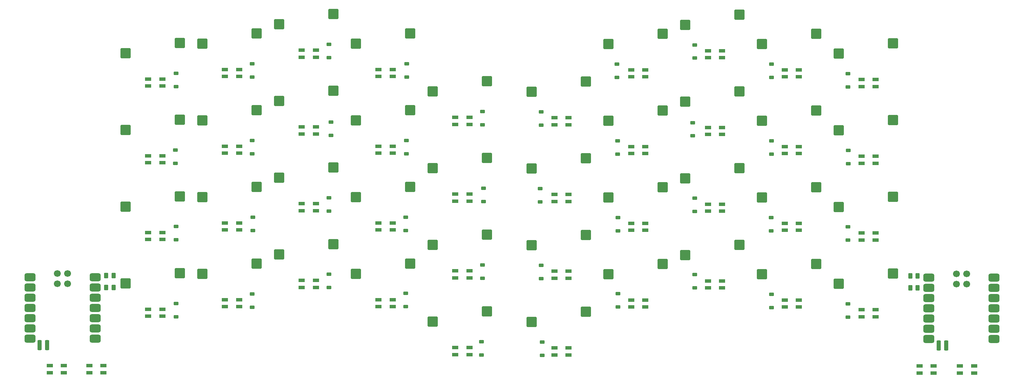
<source format=gbr>
%TF.GenerationSoftware,KiCad,Pcbnew,9.0.6*%
%TF.CreationDate,2025-12-27T17:50:34+00:00*%
%TF.ProjectId,Split Keyboard,53706c69-7420-44b6-9579-626f6172642e,rev?*%
%TF.SameCoordinates,Original*%
%TF.FileFunction,Paste,Bot*%
%TF.FilePolarity,Positive*%
%FSLAX46Y46*%
G04 Gerber Fmt 4.6, Leading zero omitted, Abs format (unit mm)*
G04 Created by KiCad (PCBNEW 9.0.6) date 2025-12-27 17:50:34*
%MOMM*%
%LPD*%
G01*
G04 APERTURE LIST*
G04 Aperture macros list*
%AMRoundRect*
0 Rectangle with rounded corners*
0 $1 Rounding radius*
0 $2 $3 $4 $5 $6 $7 $8 $9 X,Y pos of 4 corners*
0 Add a 4 corners polygon primitive as box body*
4,1,4,$2,$3,$4,$5,$6,$7,$8,$9,$2,$3,0*
0 Add four circle primitives for the rounded corners*
1,1,$1+$1,$2,$3*
1,1,$1+$1,$4,$5*
1,1,$1+$1,$6,$7*
1,1,$1+$1,$8,$9*
0 Add four rect primitives between the rounded corners*
20,1,$1+$1,$2,$3,$4,$5,0*
20,1,$1+$1,$4,$5,$6,$7,0*
20,1,$1+$1,$6,$7,$8,$9,0*
20,1,$1+$1,$8,$9,$2,$3,0*%
G04 Aperture macros list end*
%ADD10R,1.600000X0.850000*%
%ADD11RoundRect,0.225000X0.375000X-0.225000X0.375000X0.225000X-0.375000X0.225000X-0.375000X-0.225000X0*%
%ADD12RoundRect,0.250000X1.025000X1.000000X-1.025000X1.000000X-1.025000X-1.000000X1.025000X-1.000000X0*%
%ADD13RoundRect,0.250000X0.262500X0.450000X-0.262500X0.450000X-0.262500X-0.450000X0.262500X-0.450000X0*%
%ADD14RoundRect,0.500000X0.875000X0.500000X-0.875000X0.500000X-0.875000X-0.500000X0.875000X-0.500000X0*%
%ADD15RoundRect,0.275000X-0.275000X0.975000X-0.275000X-0.975000X0.275000X-0.975000X0.275000X0.975000X0*%
%ADD16C,1.700000*%
G04 APERTURE END LIST*
D10*
%TO.C,D62*%
X253250000Y-121320800D03*
X253250000Y-123070800D03*
X256750000Y-123070800D03*
X256750000Y-121320800D03*
%TD*%
D11*
%TO.C,D28*%
X197452000Y-101888800D03*
X197452000Y-98588800D03*
%TD*%
D12*
%TO.C,SW26*%
X233208500Y-100873800D03*
X246658500Y-98333800D03*
%TD*%
D11*
%TO.C,D2*%
X68726400Y-51913250D03*
X68726400Y-48613250D03*
%TD*%
D12*
%TO.C,SW30*%
X157008500Y-110398800D03*
X170458500Y-107858800D03*
%TD*%
D10*
%TO.C,D53*%
X223268500Y-85870000D03*
X223268500Y-87620000D03*
X219768500Y-87620000D03*
X219768500Y-85870000D03*
%TD*%
%TO.C,D59*%
X204218500Y-100157500D03*
X204218500Y-101907500D03*
X200718500Y-101907500D03*
X200718500Y-100157500D03*
%TD*%
%TO.C,D65*%
X103432900Y-42911250D03*
X103432900Y-44661250D03*
X99932900Y-44661250D03*
X99932900Y-42911250D03*
%TD*%
%TO.C,D54*%
X204218500Y-81107500D03*
X204218500Y-82857500D03*
X200718500Y-82857500D03*
X200718500Y-81107500D03*
%TD*%
%TO.C,D79*%
X65332900Y-107205000D03*
X65332900Y-108955000D03*
X61832900Y-108955000D03*
X61832900Y-107205000D03*
%TD*%
%TO.C,D52*%
X242318500Y-88251300D03*
X242318500Y-90001300D03*
X238818500Y-90001300D03*
X238818500Y-88251300D03*
%TD*%
D13*
%TO.C,806K1*%
X252744000Y-101918800D03*
X250919000Y-101918800D03*
%TD*%
D12*
%TO.C,SW16*%
X56222900Y-62677500D03*
X69672900Y-60137500D03*
%TD*%
%TO.C,SW12*%
X214158500Y-60392500D03*
X227608500Y-57852500D03*
%TD*%
D13*
%TO.C,2M2*%
X53232400Y-98872500D03*
X51407400Y-98872500D03*
%TD*%
D11*
%TO.C,D10*%
X144799400Y-61438250D03*
X144799400Y-58138250D03*
%TD*%
%TO.C,D26*%
X235425000Y-109159500D03*
X235425000Y-105859500D03*
%TD*%
D12*
%TO.C,SW17*%
X75272900Y-60296250D03*
X88722900Y-57756250D03*
%TD*%
D11*
%TO.C,D15*%
X159098000Y-80584500D03*
X159098000Y-77284500D03*
%TD*%
D12*
%TO.C,SW3*%
X214158500Y-41342500D03*
X227608500Y-38802500D03*
%TD*%
D10*
%TO.C,D58*%
X223268500Y-104920000D03*
X223268500Y-106670000D03*
X219768500Y-106670000D03*
X219768500Y-104920000D03*
%TD*%
%TO.C,D81*%
X103432900Y-100061250D03*
X103432900Y-101811250D03*
X99932900Y-101811250D03*
X99932900Y-100061250D03*
%TD*%
D11*
%TO.C,D8*%
X126003400Y-49532000D03*
X126003400Y-46232000D03*
%TD*%
D12*
%TO.C,SW31*%
X56222900Y-81727500D03*
X69672900Y-79187500D03*
%TD*%
D10*
%TO.C,D74*%
X65332900Y-88155000D03*
X65332900Y-89905000D03*
X61832900Y-89905000D03*
X61832900Y-88155000D03*
%TD*%
D11*
%TO.C,D13*%
X196944000Y-64169800D03*
X196944000Y-60869800D03*
%TD*%
D10*
%TO.C,D78*%
X141532900Y-97680000D03*
X141532900Y-99430000D03*
X138032900Y-99430000D03*
X138032900Y-97680000D03*
%TD*%
D12*
%TO.C,SW33*%
X94322900Y-74583750D03*
X107772900Y-72043750D03*
%TD*%
%TO.C,SW11*%
X233208500Y-62773800D03*
X246658500Y-60233800D03*
%TD*%
D11*
%TO.C,D39*%
X125749400Y-106555000D03*
X125749400Y-103255000D03*
%TD*%
D12*
%TO.C,SW36*%
X56222900Y-100777500D03*
X69672900Y-98237500D03*
%TD*%
%TO.C,SW4*%
X75272900Y-41246250D03*
X88722900Y-38706250D03*
%TD*%
D10*
%TO.C,D80*%
X84382900Y-104823750D03*
X84382900Y-106573750D03*
X80882900Y-106573750D03*
X80882900Y-104823750D03*
%TD*%
%TO.C,D73*%
X141532900Y-78630000D03*
X141532900Y-80380000D03*
X138032900Y-80380000D03*
X138032900Y-78630000D03*
%TD*%
%TO.C,D44*%
X185168500Y-47770000D03*
X185168500Y-49520000D03*
X181668500Y-49520000D03*
X181668500Y-47770000D03*
%TD*%
D11*
%TO.C,D34*%
X125749400Y-87632000D03*
X125749400Y-84332000D03*
%TD*%
%TO.C,D23*%
X197452000Y-82964800D03*
X197452000Y-79664800D03*
%TD*%
%TO.C,D31*%
X68726400Y-89948750D03*
X68726400Y-86648750D03*
%TD*%
D12*
%TO.C,SW22*%
X214158500Y-79442500D03*
X227608500Y-76902500D03*
%TD*%
D11*
%TO.C,D3*%
X216502000Y-49628300D03*
X216502000Y-46328300D03*
%TD*%
%TO.C,D36*%
X68726400Y-109063250D03*
X68726400Y-105763250D03*
%TD*%
D12*
%TO.C,SW40*%
X132422900Y-110302500D03*
X145872900Y-107762500D03*
%TD*%
D11*
%TO.C,D19*%
X125876400Y-68582000D03*
X125876400Y-65282000D03*
%TD*%
D12*
%TO.C,SW25*%
X157008500Y-91348800D03*
X170458500Y-88808800D03*
%TD*%
%TO.C,SW1*%
X233208500Y-43723800D03*
X246658500Y-41183800D03*
%TD*%
D10*
%TO.C,D56*%
X166118500Y-97776300D03*
X166118500Y-99526300D03*
X162618500Y-99526300D03*
X162618500Y-97776300D03*
%TD*%
D11*
%TO.C,D25*%
X159352000Y-99634500D03*
X159352000Y-96334500D03*
%TD*%
D12*
%TO.C,SW27*%
X214158500Y-98492500D03*
X227608500Y-95952500D03*
%TD*%
D10*
%TO.C,D75*%
X84382900Y-85773750D03*
X84382900Y-87523750D03*
X80882900Y-87523750D03*
X80882900Y-85773750D03*
%TD*%
D11*
%TO.C,D17*%
X87649400Y-68582000D03*
X87649400Y-65282000D03*
%TD*%
D12*
%TO.C,SW38*%
X94322900Y-93633750D03*
X107772900Y-91093750D03*
%TD*%
D10*
%TO.C,D60*%
X185168500Y-104920000D03*
X185168500Y-106670000D03*
X181668500Y-106670000D03*
X181668500Y-104920000D03*
%TD*%
D12*
%TO.C,SW5*%
X195108500Y-36580000D03*
X208558500Y-34040000D03*
%TD*%
D14*
%TO.C,U1*%
X271716500Y-99375200D03*
X271716500Y-101915200D03*
X271716500Y-104455200D03*
X271716500Y-106995200D03*
X271716500Y-109535200D03*
X271716500Y-112075200D03*
X271716500Y-114615200D03*
X255551500Y-114615200D03*
X255551500Y-112075200D03*
X255551500Y-109535200D03*
X255551500Y-106995200D03*
X255551500Y-104455200D03*
X255551500Y-101915200D03*
X255551500Y-99375200D03*
D15*
X259851500Y-116232100D03*
X257946500Y-116232100D03*
D16*
X264931500Y-98426700D03*
X262391500Y-98426700D03*
X264931500Y-100966700D03*
X262391500Y-100966700D03*
%TD*%
D11*
%TO.C,D14*%
X178275000Y-68678300D03*
X178275000Y-65378300D03*
%TD*%
D10*
%TO.C,D57*%
X242318500Y-107301300D03*
X242318500Y-109051300D03*
X238818500Y-109051300D03*
X238818500Y-107301300D03*
%TD*%
D12*
%TO.C,SW21*%
X233208500Y-81823800D03*
X246658500Y-79283800D03*
%TD*%
D10*
%TO.C,D42*%
X223268500Y-47770000D03*
X223268500Y-49520000D03*
X219768500Y-49520000D03*
X219768500Y-47770000D03*
%TD*%
D12*
%TO.C,SW34*%
X113372900Y-79346250D03*
X126822900Y-76806250D03*
%TD*%
D10*
%TO.C,D70*%
X84382900Y-66723750D03*
X84382900Y-68473750D03*
X80882900Y-68473750D03*
X80882900Y-66723750D03*
%TD*%
D12*
%TO.C,SW13*%
X195108500Y-55630000D03*
X208558500Y-53090000D03*
%TD*%
D10*
%TO.C,D77*%
X122482900Y-85773750D03*
X122482900Y-87523750D03*
X118982900Y-87523750D03*
X118982900Y-85773750D03*
%TD*%
%TO.C,D46*%
X166118500Y-59676300D03*
X166118500Y-61426300D03*
X162618500Y-61426300D03*
X162618500Y-59676300D03*
%TD*%
D11*
%TO.C,D1*%
X235425000Y-52009500D03*
X235425000Y-48709500D03*
%TD*%
D13*
%TO.C,806K2*%
X53232400Y-101822500D03*
X51407400Y-101822500D03*
%TD*%
D11*
%TO.C,D6*%
X106699400Y-44769500D03*
X106699400Y-41469500D03*
%TD*%
D10*
%TO.C,D69*%
X65332900Y-69105000D03*
X65332900Y-70855000D03*
X61832900Y-70855000D03*
X61832900Y-69105000D03*
%TD*%
D12*
%TO.C,SW20*%
X132422900Y-72202500D03*
X145872900Y-69662500D03*
%TD*%
%TO.C,SW35*%
X132422900Y-91252500D03*
X145872900Y-88712500D03*
%TD*%
D10*
%TO.C,D83*%
X141532900Y-116730000D03*
X141532900Y-118480000D03*
X138032900Y-118480000D03*
X138032900Y-116730000D03*
%TD*%
%TO.C,D82*%
X122482900Y-104823750D03*
X122482900Y-106573750D03*
X118982900Y-106573750D03*
X118982900Y-104823750D03*
%TD*%
D12*
%TO.C,SW6*%
X94322900Y-36483750D03*
X107772900Y-33943750D03*
%TD*%
D11*
%TO.C,D7*%
X178148000Y-49628300D03*
X178148000Y-46328300D03*
%TD*%
%TO.C,D27*%
X216502000Y-106778300D03*
X216502000Y-103478300D03*
%TD*%
D10*
%TO.C,D63*%
X65332900Y-50055000D03*
X65332900Y-51805000D03*
X61832900Y-51805000D03*
X61832900Y-50055000D03*
%TD*%
D11*
%TO.C,D33*%
X106699400Y-82868500D03*
X106699400Y-79568500D03*
%TD*%
%TO.C,D37*%
X87649400Y-106682000D03*
X87649400Y-103382000D03*
%TD*%
%TO.C,D12*%
X216502000Y-68678300D03*
X216502000Y-65378300D03*
%TD*%
D10*
%TO.C,D41*%
X242318500Y-50151300D03*
X242318500Y-51901300D03*
X238818500Y-51901300D03*
X238818500Y-50151300D03*
%TD*%
D11*
%TO.C,D16*%
X68599400Y-70963250D03*
X68599400Y-67663250D03*
%TD*%
%TO.C,D24*%
X178402000Y-87728300D03*
X178402000Y-84428300D03*
%TD*%
D10*
%TO.C,D50*%
X185168500Y-66820000D03*
X185168500Y-68570000D03*
X181668500Y-68570000D03*
X181668500Y-66820000D03*
%TD*%
%TO.C,D43*%
X204218500Y-43007500D03*
X204218500Y-44757500D03*
X200718500Y-44757500D03*
X200718500Y-43007500D03*
%TD*%
%TO.C,D55*%
X185168500Y-85870000D03*
X185168500Y-87620000D03*
X181668500Y-87620000D03*
X181668500Y-85870000D03*
%TD*%
D12*
%TO.C,SW32*%
X75272900Y-79346250D03*
X88722900Y-76806250D03*
%TD*%
%TO.C,SW7*%
X176058500Y-41342500D03*
X189508500Y-38802500D03*
%TD*%
%TO.C,SW37*%
X75272900Y-98396250D03*
X88722900Y-95856250D03*
%TD*%
D11*
%TO.C,D11*%
X235552000Y-71059500D03*
X235552000Y-67759500D03*
%TD*%
D10*
%TO.C,D61*%
X166118500Y-116826300D03*
X166118500Y-118576300D03*
X162618500Y-118576300D03*
X162618500Y-116826300D03*
%TD*%
%TO.C,D72*%
X122482900Y-66723750D03*
X122482900Y-68473750D03*
X118982900Y-68473750D03*
X118982900Y-66723750D03*
%TD*%
%TO.C,D64*%
X84382900Y-47673750D03*
X84382900Y-49423750D03*
X80882900Y-49423750D03*
X80882900Y-47673750D03*
%TD*%
D11*
%TO.C,D35*%
X144799400Y-99538250D03*
X144799400Y-96238250D03*
%TD*%
%TO.C,D29*%
X178402000Y-106651300D03*
X178402000Y-103351300D03*
%TD*%
D10*
%TO.C,D51*%
X166118500Y-78726300D03*
X166118500Y-80476300D03*
X162618500Y-80476300D03*
X162618500Y-78726300D03*
%TD*%
%TO.C,D47*%
X242318500Y-69201300D03*
X242318500Y-70951300D03*
X238818500Y-70951300D03*
X238818500Y-69201300D03*
%TD*%
D13*
%TO.C,2M1*%
X252744000Y-98968800D03*
X250919000Y-98968800D03*
%TD*%
D10*
%TO.C,D68*%
X141532900Y-59580000D03*
X141532900Y-61330000D03*
X138032900Y-61330000D03*
X138032900Y-59580000D03*
%TD*%
D12*
%TO.C,SW8*%
X113372900Y-41246250D03*
X126822900Y-38706250D03*
%TD*%
D10*
%TO.C,D90*%
X40885400Y-121224500D03*
X40885400Y-122974500D03*
X37385400Y-122974500D03*
X37385400Y-121224500D03*
%TD*%
D11*
%TO.C,D9*%
X159352000Y-61534500D03*
X159352000Y-58234500D03*
%TD*%
D10*
%TO.C,D76*%
X103432900Y-81011250D03*
X103432900Y-82761250D03*
X99932900Y-82761250D03*
X99932900Y-81011250D03*
%TD*%
D12*
%TO.C,SW24*%
X176058500Y-79442500D03*
X189508500Y-76902500D03*
%TD*%
D11*
%TO.C,D40*%
X144545400Y-118588250D03*
X144545400Y-115288250D03*
%TD*%
D12*
%TO.C,SW39*%
X113372900Y-98396250D03*
X126822900Y-95856250D03*
%TD*%
D10*
%TO.C,D66*%
X122482900Y-47673750D03*
X122482900Y-49423750D03*
X118982900Y-49423750D03*
X118982900Y-47673750D03*
%TD*%
D11*
%TO.C,D18*%
X107207400Y-64073500D03*
X107207400Y-60773500D03*
%TD*%
D12*
%TO.C,SW9*%
X157008500Y-53248800D03*
X170458500Y-50708800D03*
%TD*%
%TO.C,SW29*%
X176058500Y-98492500D03*
X189508500Y-95952500D03*
%TD*%
D14*
%TO.C,U2*%
X48654900Y-99278900D03*
X48654900Y-101818900D03*
X48654900Y-104358900D03*
X48654900Y-106898900D03*
X48654900Y-109438900D03*
X48654900Y-111978900D03*
X48654900Y-114518900D03*
X32489900Y-114518900D03*
X32489900Y-111978900D03*
X32489900Y-109438900D03*
X32489900Y-106898900D03*
X32489900Y-104358900D03*
X32489900Y-101818900D03*
X32489900Y-99278900D03*
D15*
X36789900Y-116135800D03*
X34884900Y-116135800D03*
D16*
X41869900Y-98330400D03*
X39329900Y-98330400D03*
X41869900Y-100870400D03*
X39329900Y-100870400D03*
%TD*%
D11*
%TO.C,D38*%
X106699400Y-101792500D03*
X106699400Y-98492500D03*
%TD*%
%TO.C,D20*%
X145053400Y-80488250D03*
X145053400Y-77188250D03*
%TD*%
D10*
%TO.C,D84*%
X50750000Y-121224500D03*
X50750000Y-122974500D03*
X47250000Y-122974500D03*
X47250000Y-121224500D03*
%TD*%
D12*
%TO.C,SW23*%
X195108500Y-74680000D03*
X208558500Y-72140000D03*
%TD*%
D10*
%TO.C,D45*%
X266766000Y-121320800D03*
X266766000Y-123070800D03*
X263266000Y-123070800D03*
X263266000Y-121320800D03*
%TD*%
%TO.C,D49*%
X204218500Y-62057500D03*
X204218500Y-63807500D03*
X200718500Y-63807500D03*
X200718500Y-62057500D03*
%TD*%
D11*
%TO.C,D22*%
X216375000Y-87728300D03*
X216375000Y-84428300D03*
%TD*%
D10*
%TO.C,D71*%
X103432900Y-61961250D03*
X103432900Y-63711250D03*
X99932900Y-63711250D03*
X99932900Y-61961250D03*
%TD*%
D12*
%TO.C,SW19*%
X113372900Y-60296250D03*
X126822900Y-57756250D03*
%TD*%
%TO.C,SW10*%
X132422900Y-53152500D03*
X145872900Y-50612500D03*
%TD*%
D11*
%TO.C,D21*%
X235425000Y-90045000D03*
X235425000Y-86745000D03*
%TD*%
%TO.C,D32*%
X87776400Y-87632000D03*
X87776400Y-84332000D03*
%TD*%
D12*
%TO.C,SW18*%
X94322900Y-55533750D03*
X107772900Y-52993750D03*
%TD*%
%TO.C,SW14*%
X176058500Y-60392500D03*
X189508500Y-57852500D03*
%TD*%
%TO.C,SW28*%
X195108500Y-93730000D03*
X208558500Y-91190000D03*
%TD*%
D11*
%TO.C,D5*%
X197452000Y-44865800D03*
X197452000Y-41565800D03*
%TD*%
D12*
%TO.C,SW15*%
X157008500Y-72298800D03*
X170458500Y-69758800D03*
%TD*%
D11*
%TO.C,D4*%
X87649400Y-49532000D03*
X87649400Y-46232000D03*
%TD*%
D12*
%TO.C,SW2*%
X56222900Y-43627500D03*
X69672900Y-41087500D03*
%TD*%
D10*
%TO.C,D48*%
X223268500Y-66820000D03*
X223268500Y-68570000D03*
X219768500Y-68570000D03*
X219768500Y-66820000D03*
%TD*%
D11*
%TO.C,D30*%
X159606000Y-118684500D03*
X159606000Y-115384500D03*
%TD*%
M02*

</source>
